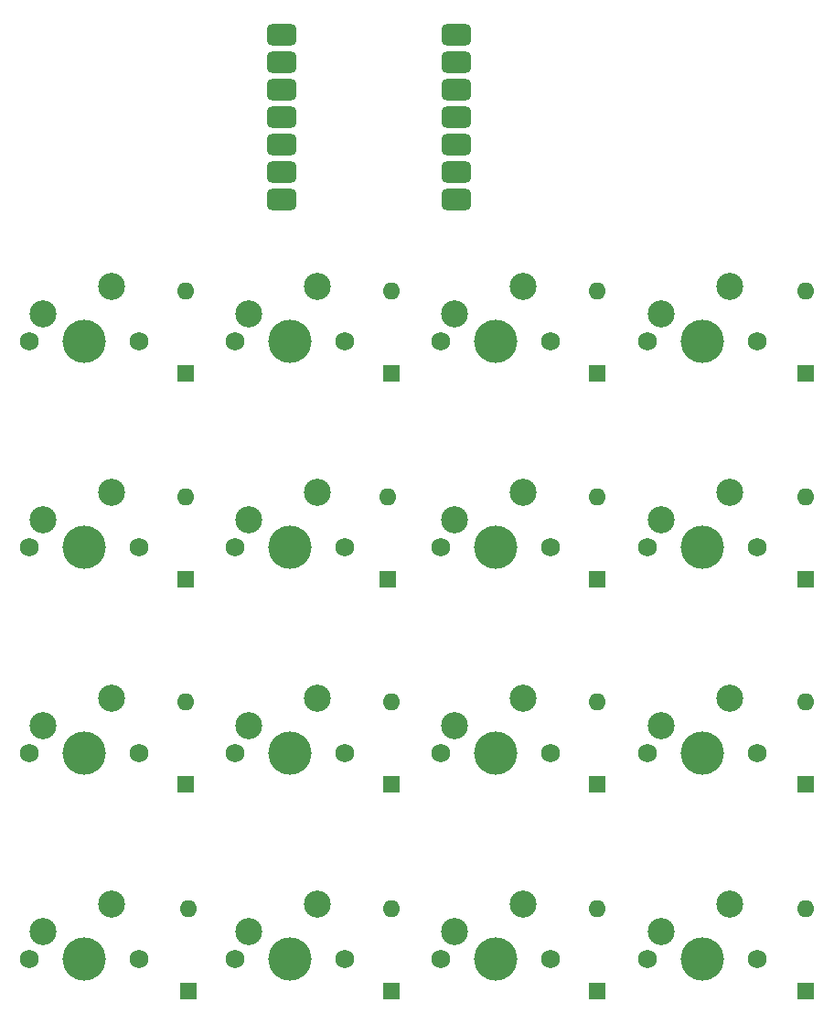
<source format=gbr>
%TF.GenerationSoftware,KiCad,Pcbnew,8.0.5*%
%TF.CreationDate,2024-10-21T23:59:58+02:00*%
%TF.ProjectId,retrooper_keyboard,72657472-6f6f-4706-9572-5f6b6579626f,rev?*%
%TF.SameCoordinates,Original*%
%TF.FileFunction,Soldermask,Top*%
%TF.FilePolarity,Negative*%
%FSLAX46Y46*%
G04 Gerber Fmt 4.6, Leading zero omitted, Abs format (unit mm)*
G04 Created by KiCad (PCBNEW 8.0.5) date 2024-10-21 23:59:58*
%MOMM*%
%LPD*%
G01*
G04 APERTURE LIST*
G04 Aperture macros list*
%AMRoundRect*
0 Rectangle with rounded corners*
0 $1 Rounding radius*
0 $2 $3 $4 $5 $6 $7 $8 $9 X,Y pos of 4 corners*
0 Add a 4 corners polygon primitive as box body*
4,1,4,$2,$3,$4,$5,$6,$7,$8,$9,$2,$3,0*
0 Add four circle primitives for the rounded corners*
1,1,$1+$1,$2,$3*
1,1,$1+$1,$4,$5*
1,1,$1+$1,$6,$7*
1,1,$1+$1,$8,$9*
0 Add four rect primitives between the rounded corners*
20,1,$1+$1,$2,$3,$4,$5,0*
20,1,$1+$1,$4,$5,$6,$7,0*
20,1,$1+$1,$6,$7,$8,$9,0*
20,1,$1+$1,$8,$9,$2,$3,0*%
G04 Aperture macros list end*
%ADD10C,1.750000*%
%ADD11C,4.000000*%
%ADD12C,2.500000*%
%ADD13RoundRect,0.500000X-0.875000X-0.500000X0.875000X-0.500000X0.875000X0.500000X-0.875000X0.500000X0*%
%ADD14R,1.600000X1.600000*%
%ADD15C,1.600000*%
%ADD16O,1.600000X1.600000*%
G04 APERTURE END LIST*
D10*
%TO.C,S13*%
X119790000Y-108000000D03*
D11*
X124870000Y-108000000D03*
D10*
X129950000Y-108000000D03*
D12*
X121060000Y-105460000D03*
X127410000Y-102920000D03*
%TD*%
D10*
%TO.C,S9*%
X119780344Y-88980000D03*
D11*
X124860344Y-88980000D03*
D10*
X129940344Y-88980000D03*
D12*
X121050344Y-86440000D03*
X127400344Y-83900000D03*
%TD*%
D10*
%TO.C,S5*%
X119780344Y-69950000D03*
D11*
X124860344Y-69950000D03*
D10*
X129940344Y-69950000D03*
D12*
X121050344Y-67410000D03*
X127400344Y-64870000D03*
%TD*%
D10*
%TO.C,S15*%
X157910000Y-108000000D03*
D11*
X162990000Y-108000000D03*
D10*
X168070000Y-108000000D03*
D12*
X159180000Y-105460000D03*
X165530000Y-102920000D03*
%TD*%
D10*
%TO.C,S10*%
X138820000Y-88980000D03*
D11*
X143900000Y-88980000D03*
D10*
X148980000Y-88980000D03*
D12*
X140090000Y-86440000D03*
X146440000Y-83900000D03*
%TD*%
D10*
%TO.C,S4*%
X177025944Y-50899176D03*
D11*
X182105944Y-50899176D03*
D10*
X187185944Y-50899176D03*
D12*
X178295944Y-48359176D03*
X184645944Y-45819176D03*
%TD*%
D10*
%TO.C,S7*%
X157880000Y-69950000D03*
D11*
X162960000Y-69950000D03*
D10*
X168040000Y-69950000D03*
D12*
X159150000Y-67410000D03*
X165500000Y-64870000D03*
%TD*%
D10*
%TO.C,S1*%
X119780344Y-50899176D03*
D11*
X124860344Y-50899176D03*
D10*
X129940344Y-50899176D03*
D12*
X121050344Y-48359176D03*
X127400344Y-45819176D03*
%TD*%
D10*
%TO.C,S14*%
X138850000Y-108000000D03*
D11*
X143930000Y-108000000D03*
D10*
X149010000Y-108000000D03*
D12*
X140120000Y-105460000D03*
X146470000Y-102920000D03*
%TD*%
D10*
%TO.C,S8*%
X177025944Y-69950000D03*
D11*
X182105944Y-69950000D03*
D10*
X187185944Y-69950000D03*
D12*
X178295944Y-67410000D03*
X184645944Y-64870000D03*
%TD*%
D10*
%TO.C,S6*%
X138820000Y-69950000D03*
D11*
X143900000Y-69950000D03*
D10*
X148980000Y-69950000D03*
D12*
X140090000Y-67410000D03*
X146440000Y-64870000D03*
%TD*%
D10*
%TO.C,S16*%
X176990000Y-108000000D03*
D11*
X182070000Y-108000000D03*
D10*
X187150000Y-108000000D03*
D12*
X178260000Y-105460000D03*
X184610000Y-102920000D03*
%TD*%
D10*
%TO.C,S12*%
X177025944Y-88980000D03*
D11*
X182105944Y-88980000D03*
D10*
X187185944Y-88980000D03*
D12*
X178295944Y-86440000D03*
X184645944Y-83900000D03*
%TD*%
D10*
%TO.C,S2*%
X138820000Y-50899176D03*
D11*
X143900000Y-50899176D03*
D10*
X148980000Y-50899176D03*
D12*
X140090000Y-48359176D03*
X146440000Y-45819176D03*
%TD*%
D10*
%TO.C,S11*%
X157880000Y-88980000D03*
D11*
X162960000Y-88980000D03*
D10*
X168040000Y-88980000D03*
D12*
X159150000Y-86440000D03*
X165500000Y-83900000D03*
%TD*%
D10*
%TO.C,S3*%
X157880000Y-50899176D03*
D11*
X162960000Y-50899176D03*
D10*
X168040000Y-50899176D03*
D12*
X159150000Y-48359176D03*
X165500000Y-45819176D03*
%TD*%
D13*
%TO.C,U2*%
X143165000Y-22530000D03*
D14*
X143610000Y-22530000D03*
D13*
X143165000Y-25070000D03*
D15*
X143610000Y-25070000D03*
D13*
X143165000Y-27610000D03*
D15*
X143610000Y-27610000D03*
D13*
X143165000Y-30150000D03*
D15*
X143610000Y-30150000D03*
D13*
X143165000Y-32690000D03*
D15*
X143610000Y-32690000D03*
D13*
X143165000Y-35230000D03*
D15*
X143610000Y-35230000D03*
D13*
X143165000Y-37770000D03*
D15*
X143610000Y-37770000D03*
X158850000Y-37770000D03*
D13*
X159330000Y-37770000D03*
D15*
X158850000Y-35230000D03*
D13*
X159330000Y-35230000D03*
D15*
X158850000Y-32690000D03*
D13*
X159330000Y-32690000D03*
D15*
X158850000Y-30150000D03*
D13*
X159330000Y-30150000D03*
D15*
X158850000Y-27610000D03*
D13*
X159330000Y-27610000D03*
D15*
X158850000Y-25070000D03*
D13*
X159330000Y-25070000D03*
D15*
X158850000Y-22530000D03*
D13*
X159330000Y-22530000D03*
%TD*%
D14*
%TO.C,D11*%
X172342824Y-91856648D03*
D16*
X172342824Y-84236648D03*
%TD*%
D14*
%TO.C,D10*%
X153292840Y-91856648D03*
D16*
X153292840Y-84236648D03*
%TD*%
D14*
%TO.C,D5*%
X134242856Y-72866192D03*
D16*
X134242856Y-65246192D03*
%TD*%
D14*
%TO.C,D6*%
X152995184Y-72866192D03*
D16*
X152995184Y-65246192D03*
%TD*%
D14*
%TO.C,D3*%
X172342824Y-53816208D03*
D16*
X172342824Y-46196208D03*
%TD*%
D14*
%TO.C,D13*%
X134540512Y-110966160D03*
D16*
X134540512Y-103346160D03*
%TD*%
D14*
%TO.C,D1*%
X134242856Y-53816208D03*
D16*
X134242856Y-46196208D03*
%TD*%
D14*
%TO.C,D8*%
X191690464Y-72866192D03*
D16*
X191690464Y-65246192D03*
%TD*%
D14*
%TO.C,D9*%
X134242856Y-91856648D03*
D16*
X134242856Y-84236648D03*
%TD*%
D14*
%TO.C,D2*%
X153292840Y-53816208D03*
D16*
X153292840Y-46196208D03*
%TD*%
D14*
%TO.C,D4*%
X191690464Y-53816208D03*
D16*
X191690464Y-46196208D03*
%TD*%
D14*
%TO.C,D16*%
X191690464Y-110966160D03*
D16*
X191690464Y-103346160D03*
%TD*%
D14*
%TO.C,D15*%
X172342824Y-110966160D03*
D16*
X172342824Y-103346160D03*
%TD*%
D14*
%TO.C,D7*%
X172342824Y-72866192D03*
D16*
X172342824Y-65246192D03*
%TD*%
D14*
%TO.C,D14*%
X153292840Y-110966160D03*
D16*
X153292840Y-103346160D03*
%TD*%
D14*
%TO.C,D12*%
X191690464Y-91856648D03*
D16*
X191690464Y-84236648D03*
%TD*%
M02*

</source>
